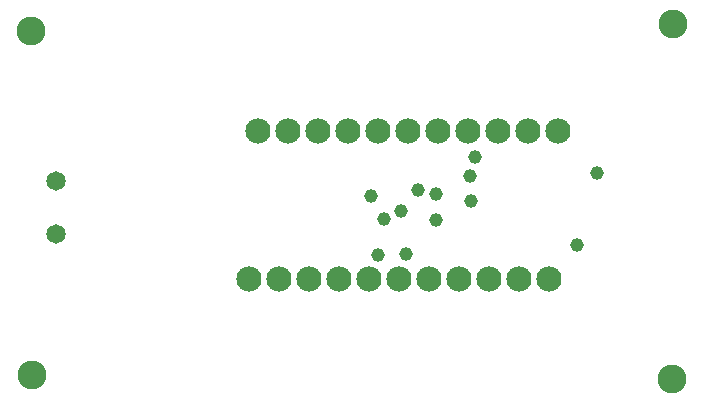
<source format=gbs>
G75*
G70*
%OFA0B0*%
%FSLAX24Y24*%
%IPPOS*%
%LPD*%
%AMOC8*
5,1,8,0,0,1.08239X$1,22.5*
%
%ADD10C,0.0966*%
%ADD11C,0.0840*%
%ADD12C,0.0651*%
%ADD13C,0.0460*%
D10*
X002913Y002470D03*
X002873Y013940D03*
X024263Y014160D03*
X024243Y002330D03*
D11*
X020133Y005650D03*
X019133Y005650D03*
X018133Y005650D03*
X017133Y005650D03*
X016133Y005650D03*
X015133Y005650D03*
X014133Y005650D03*
X013133Y005650D03*
X012133Y005650D03*
X011133Y005650D03*
X010133Y005650D03*
X010433Y010600D03*
X011433Y010600D03*
X012433Y010600D03*
X013433Y010600D03*
X014433Y010600D03*
X015433Y010600D03*
X016433Y010600D03*
X017433Y010600D03*
X018433Y010600D03*
X019433Y010600D03*
X020433Y010600D03*
D12*
X003683Y008936D03*
X003683Y007164D03*
D13*
X014203Y008440D03*
X015203Y007940D03*
X014633Y007670D03*
X014433Y006460D03*
X015368Y006505D03*
X016373Y007640D03*
X017543Y008260D03*
X017513Y009100D03*
X017653Y009730D03*
X015773Y008640D03*
X016353Y008480D03*
X021073Y006780D03*
X021723Y009190D03*
M02*

</source>
